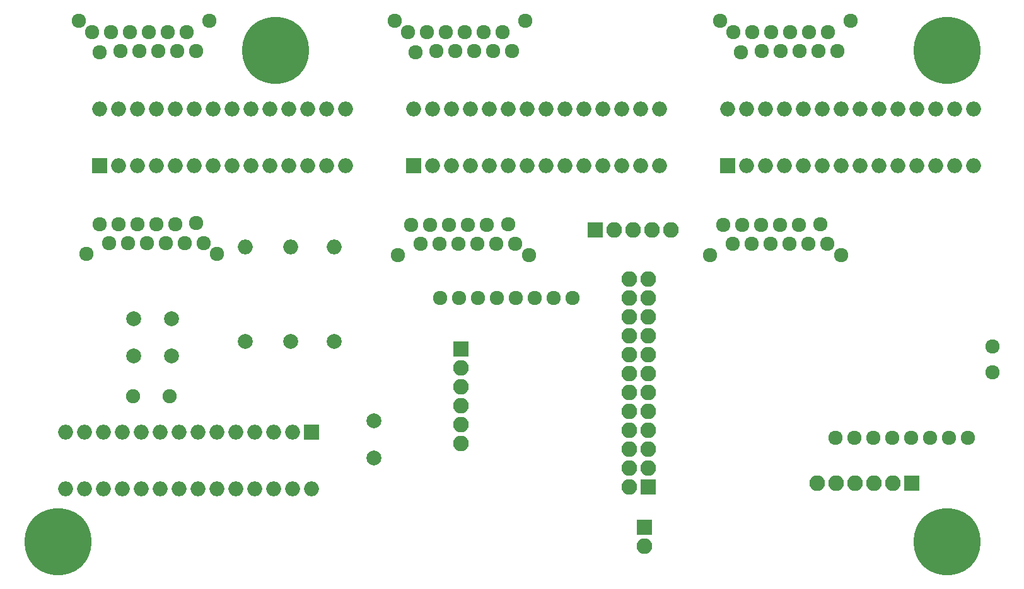
<source format=gbr>
G04 #@! TF.FileFunction,Soldermask,Bot*
%FSLAX46Y46*%
G04 Gerber Fmt 4.6, Leading zero omitted, Abs format (unit mm)*
G04 Created by KiCad (PCBNEW 4.0.6) date 05/11/17 15:04:23*
%MOMM*%
%LPD*%
G01*
G04 APERTURE LIST*
%ADD10C,0.100000*%
%ADD11R,2.000000X2.000000*%
%ADD12O,2.000000X2.000000*%
%ADD13C,1.924000*%
%ADD14C,2.000000*%
%ADD15R,2.100000X2.100000*%
%ADD16O,2.100000X2.100000*%
%ADD17C,1.900000*%
%ADD18C,9.000000*%
G04 APERTURE END LIST*
D10*
D11*
X126492000Y-101854000D03*
D12*
X159512000Y-94234000D03*
X129032000Y-101854000D03*
X156972000Y-94234000D03*
X131572000Y-101854000D03*
X154432000Y-94234000D03*
X134112000Y-101854000D03*
X151892000Y-94234000D03*
X136652000Y-101854000D03*
X149352000Y-94234000D03*
X139192000Y-101854000D03*
X146812000Y-94234000D03*
X141732000Y-101854000D03*
X144272000Y-94234000D03*
X144272000Y-101854000D03*
X141732000Y-94234000D03*
X146812000Y-101854000D03*
X139192000Y-94234000D03*
X149352000Y-101854000D03*
X136652000Y-94234000D03*
X151892000Y-101854000D03*
X134112000Y-94234000D03*
X154432000Y-101854000D03*
X131572000Y-94234000D03*
X156972000Y-101854000D03*
X129032000Y-94234000D03*
X159512000Y-101854000D03*
X126492000Y-94234000D03*
D13*
X130048000Y-119634000D03*
X132588000Y-119634000D03*
X135128000Y-119634000D03*
X137668000Y-119634000D03*
X140208000Y-119634000D03*
X142748000Y-119634000D03*
X145288000Y-119634000D03*
X147828000Y-119634000D03*
D11*
X168656000Y-101854000D03*
D12*
X201676000Y-94234000D03*
X171196000Y-101854000D03*
X199136000Y-94234000D03*
X173736000Y-101854000D03*
X196596000Y-94234000D03*
X176276000Y-101854000D03*
X194056000Y-94234000D03*
X178816000Y-101854000D03*
X191516000Y-94234000D03*
X181356000Y-101854000D03*
X188976000Y-94234000D03*
X183896000Y-101854000D03*
X186436000Y-94234000D03*
X186436000Y-101854000D03*
X183896000Y-94234000D03*
X188976000Y-101854000D03*
X181356000Y-94234000D03*
X191516000Y-101854000D03*
X178816000Y-94234000D03*
X194056000Y-101854000D03*
X176276000Y-94234000D03*
X196596000Y-101854000D03*
X173736000Y-94234000D03*
X199136000Y-101854000D03*
X171196000Y-94234000D03*
X201676000Y-101854000D03*
X168656000Y-94234000D03*
D13*
X182087596Y-112419520D03*
X181102000Y-109728000D03*
X179547596Y-112419520D03*
X178277596Y-109879520D03*
X177007596Y-112419520D03*
X175737596Y-109879520D03*
X174467596Y-112419520D03*
X173197596Y-109879520D03*
X171927596Y-112419520D03*
X170657596Y-109879520D03*
X169387596Y-112419520D03*
X168117596Y-109879520D03*
X166317596Y-113899520D03*
X183887596Y-113899520D03*
D11*
X84328000Y-101854000D03*
D12*
X117348000Y-94234000D03*
X86868000Y-101854000D03*
X114808000Y-94234000D03*
X89408000Y-101854000D03*
X112268000Y-94234000D03*
X91948000Y-101854000D03*
X109728000Y-94234000D03*
X94488000Y-101854000D03*
X107188000Y-94234000D03*
X97028000Y-101854000D03*
X104648000Y-94234000D03*
X99568000Y-101854000D03*
X102108000Y-94234000D03*
X102108000Y-101854000D03*
X99568000Y-94234000D03*
X104648000Y-101854000D03*
X97028000Y-94234000D03*
X107188000Y-101854000D03*
X94488000Y-94234000D03*
X109728000Y-101854000D03*
X91948000Y-94234000D03*
X112268000Y-101854000D03*
X89408000Y-94234000D03*
X114808000Y-101854000D03*
X86868000Y-94234000D03*
X117348000Y-101854000D03*
X84328000Y-94234000D03*
D13*
X98298000Y-112268000D03*
X97312404Y-109576480D03*
X95758000Y-112268000D03*
X94488000Y-109728000D03*
X93218000Y-112268000D03*
X91948000Y-109728000D03*
X90678000Y-112268000D03*
X89408000Y-109728000D03*
X88138000Y-112268000D03*
X86868000Y-109728000D03*
X85598000Y-112268000D03*
X84328000Y-109728000D03*
X82528000Y-113748000D03*
X100098000Y-113748000D03*
X169448404Y-83922480D03*
X170434000Y-86614000D03*
X171988404Y-83922480D03*
X173258404Y-86462480D03*
X174528404Y-83922480D03*
X175798404Y-86462480D03*
X177068404Y-83922480D03*
X178338404Y-86462480D03*
X179608404Y-83922480D03*
X180878404Y-86462480D03*
X182148404Y-83922480D03*
X183418404Y-86462480D03*
X185218404Y-82442480D03*
X167648404Y-82442480D03*
D14*
X121158000Y-136144000D03*
X121158000Y-141144000D03*
D15*
X132842000Y-126492000D03*
D16*
X132842000Y-129032000D03*
X132842000Y-131572000D03*
X132842000Y-134112000D03*
X132842000Y-136652000D03*
X132842000Y-139192000D03*
D15*
X157988000Y-145034000D03*
D16*
X155448000Y-145034000D03*
X157988000Y-142494000D03*
X155448000Y-142494000D03*
X157988000Y-139954000D03*
X155448000Y-139954000D03*
X157988000Y-137414000D03*
X155448000Y-137414000D03*
X157988000Y-134874000D03*
X155448000Y-134874000D03*
X157988000Y-132334000D03*
X155448000Y-132334000D03*
X157988000Y-129794000D03*
X155448000Y-129794000D03*
X157988000Y-127254000D03*
X155448000Y-127254000D03*
X157988000Y-124714000D03*
X155448000Y-124714000D03*
X157988000Y-122174000D03*
X155448000Y-122174000D03*
X157988000Y-119634000D03*
X155448000Y-119634000D03*
X157988000Y-117094000D03*
X155448000Y-117094000D03*
D14*
X103886000Y-125476000D03*
D12*
X103886000Y-112776000D03*
D14*
X115824000Y-125476000D03*
D12*
X115824000Y-112776000D03*
D14*
X109982000Y-125476000D03*
D12*
X109982000Y-112776000D03*
D15*
X150876000Y-110490000D03*
D16*
X153416000Y-110490000D03*
X155956000Y-110490000D03*
X158496000Y-110490000D03*
X161036000Y-110490000D03*
D13*
X183134000Y-138430000D03*
X185674000Y-138430000D03*
X188214000Y-138430000D03*
X190754000Y-138430000D03*
X193294000Y-138430000D03*
X195834000Y-138430000D03*
X198374000Y-138430000D03*
X200914000Y-138430000D03*
X204216000Y-129667000D03*
X204216000Y-126167000D03*
D11*
X112776000Y-137668000D03*
D12*
X79756000Y-145288000D03*
X110236000Y-137668000D03*
X82296000Y-145288000D03*
X107696000Y-137668000D03*
X84836000Y-145288000D03*
X105156000Y-137668000D03*
X87376000Y-145288000D03*
X102616000Y-137668000D03*
X89916000Y-145288000D03*
X100076000Y-137668000D03*
X92456000Y-145288000D03*
X97536000Y-137668000D03*
X94996000Y-145288000D03*
X94996000Y-137668000D03*
X97536000Y-145288000D03*
X92456000Y-137668000D03*
X100076000Y-145288000D03*
X89916000Y-137668000D03*
X102616000Y-145288000D03*
X87376000Y-137668000D03*
X105156000Y-145288000D03*
X84836000Y-137668000D03*
X107696000Y-145288000D03*
X82296000Y-137668000D03*
X110236000Y-145288000D03*
X79756000Y-137668000D03*
X112776000Y-145288000D03*
D17*
X93726000Y-132842000D03*
X88846000Y-132842000D03*
D14*
X93980000Y-122428000D03*
X93980000Y-127428000D03*
X88900000Y-122428000D03*
X88900000Y-127428000D03*
D18*
X107950000Y-86360000D03*
X78740000Y-152400000D03*
X198120000Y-152400000D03*
X198120000Y-86360000D03*
D15*
X193421000Y-144526000D03*
D16*
X190881000Y-144526000D03*
X188341000Y-144526000D03*
X185801000Y-144526000D03*
X183261000Y-144526000D03*
X180721000Y-144526000D03*
D13*
X83342404Y-83922480D03*
X84328000Y-86614000D03*
X85882404Y-83922480D03*
X87152404Y-86462480D03*
X88422404Y-83922480D03*
X89692404Y-86462480D03*
X90962404Y-83922480D03*
X92232404Y-86462480D03*
X93502404Y-83922480D03*
X94772404Y-86462480D03*
X96042404Y-83922480D03*
X97312404Y-86462480D03*
X99112404Y-82442480D03*
X81542404Y-82442480D03*
X140177596Y-112419520D03*
X139192000Y-109728000D03*
X137637596Y-112419520D03*
X136367596Y-109879520D03*
X135097596Y-112419520D03*
X133827596Y-109879520D03*
X132557596Y-112419520D03*
X131287596Y-109879520D03*
X130017596Y-112419520D03*
X128747596Y-109879520D03*
X127477596Y-112419520D03*
X126207596Y-109879520D03*
X124407596Y-113899520D03*
X141977596Y-113899520D03*
X125760404Y-83922480D03*
X126746000Y-86614000D03*
X128300404Y-83922480D03*
X129570404Y-86462480D03*
X130840404Y-83922480D03*
X132110404Y-86462480D03*
X133380404Y-83922480D03*
X134650404Y-86462480D03*
X135920404Y-83922480D03*
X137190404Y-86462480D03*
X138460404Y-83922480D03*
X139730404Y-86462480D03*
X141530404Y-82442480D03*
X123960404Y-82442480D03*
D15*
X157480000Y-150495000D03*
D16*
X157480000Y-153035000D03*
M02*

</source>
